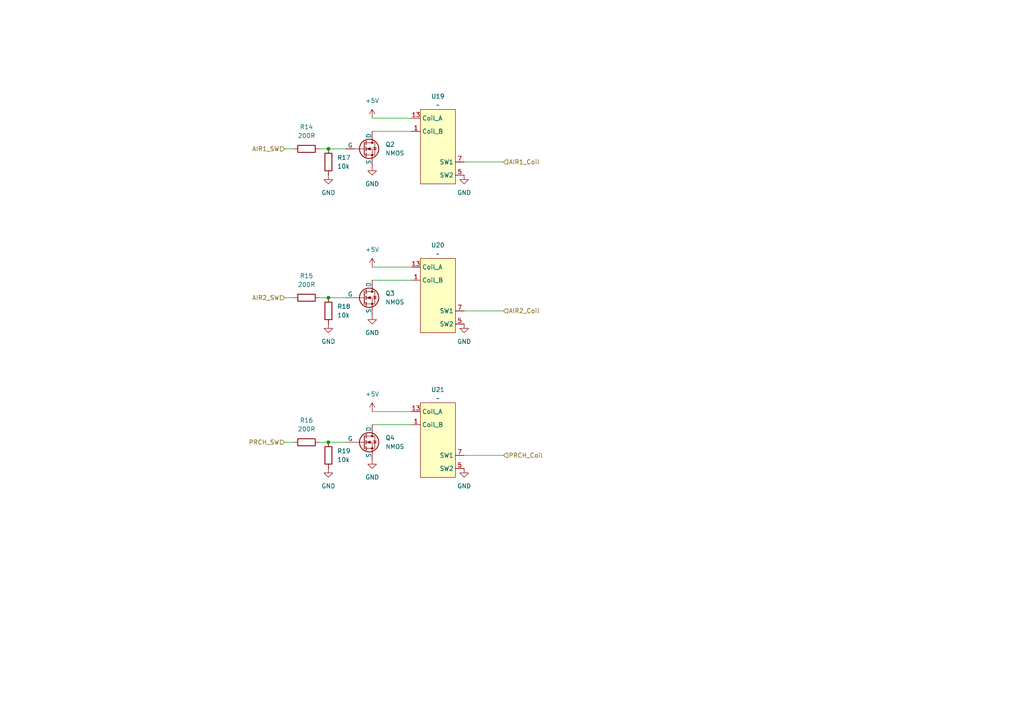
<source format=kicad_sch>
(kicad_sch (version 20231120) (generator "eeschema") (generator_version "8.0")
  (paper "A4")
  (title_block (title "TSAL") (date "2024-07-11") (rev "V0.1") (company "Team RPM - UAS Münster") (comment 1 "Luca Sapion"))
  (lib_symbols
    (symbol "Device:R" (pin_numbers hide) (pin_names (offset 0))
      (property "Reference" "R" (at 2.032 0 90))
      (property "Value" "R" (at 0 0 90))
      (symbol "R_0_1"
        (rectangle (start -1.016 -2.54) (end 1.016 2.54) (stroke (width 0.254)))
      )
      (symbol "R_1_1"
        (pin passive line (at 0 3.81 270) (length 1.27) (name "~") (number "1"))
        (pin passive line (at 0 -3.81 90) (length 1.27) (name "~") (number "2"))
      )
    )
    (symbol "Simulation_SPICE:NMOS" (pin_numbers hide) (pin_names (offset 0))
      (property "Reference" "Q" (at 5.08 1.27 0))
      (property "Value" "NMOS" (at 5.08 -1.27 0))
      (symbol "NMOS_0_1"
        (polyline (pts (xy 0.254 0) (xy -2.54 0)))
        (polyline (pts (xy 0.254 1.905) (xy 0.254 -1.905)) (stroke (width 0.254)))
        (polyline (pts (xy 0.762 -1.27) (xy 0.762 -2.286)) (stroke (width 0.254)))
        (polyline (pts (xy 0.762 0.508) (xy 0.762 -0.508)) (stroke (width 0.254)))
        (polyline (pts (xy 0.762 2.286) (xy 0.762 1.27)) (stroke (width 0.254)))
        (polyline (pts (xy 2.54 2.54) (xy 2.54 1.778)))
        (polyline (pts (xy 2.54 -2.54) (xy 2.54 0) (xy 0.762 0)))
        (polyline (pts (xy 0.762 -1.778) (xy 3.302 -1.778) (xy 3.302 1.778) (xy 0.762 1.778)))
        (polyline (pts (xy 1.016 0) (xy 2.032 0.381) (xy 2.032 -0.381) (xy 1.016 0)) (fill (type outline)))
        (polyline (pts (xy 2.794 0.508) (xy 2.921 0.381) (xy 3.683 0.381) (xy 3.81 0.254)))
        (polyline (pts (xy 3.302 0.381) (xy 2.921 -0.254) (xy 3.683 -0.254) (xy 3.302 0.381)))
        (circle (center 1.651 0) (radius 2.794) (stroke (width 0.254)))
        (circle (center 2.54 -1.778) (radius 0.254) (fill (type outline)))
        (circle (center 2.54 1.778) (radius 0.254) (fill (type outline)))
      )
      (symbol "NMOS_1_1"
        (pin passive line (at 2.54 5.08 270) (length 2.54) (name "D") (number "1"))
        (pin input line (at -5.08 0 0) (length 2.54) (name "G") (number "2"))
        (pin passive line (at 2.54 -5.08 90) (length 2.54) (name "S") (number "3"))
      )
    )
    (symbol "Zettler:AZ9371"
      (property "Reference" "U" (at 0 0 0))
      (symbol "AZ9371_1_1"
        (rectangle (start 0 -1.27) (end 10.16 -22.86) (fill (type background)))
        (pin passive line (at -2.54 -7.62 0) (length 2.54) (name "Coil_B") (number "1"))
        (pin passive line (at -2.54 -3.81 0) (length 2.54) (name "Coil_A") (number "13"))
        (pin passive line (at 12.7 -20.32 180) (length 2.54) (name "SW2") (number "5"))
        (pin passive line (at 12.7 -16.51 180) (length 2.54) (name "SW1") (number "7"))
      )
    )
    (symbol "power:+5V" (power) (pin_numbers hide) (pin_names (offset 0) hide)
      (property "Value" "+5V" (at 0 3.556 0))
      (symbol "+5V_0_1"
        (polyline (pts (xy -0.762 1.27) (xy 0 2.54)))
        (polyline (pts (xy 0 0) (xy 0 2.54)))
        (polyline (pts (xy 0 2.54) (xy 0.762 1.27)))
      )
      (symbol "+5V_1_1"
        (pin power_in line (at 0 0 90) (length 0) (name "~") (number "1"))
      )
    )
    (symbol "power:GND" (power) (pin_numbers hide) (pin_names (offset 0) hide)
      (property "Value" "GND" (at 0 -3.81 0))
      (symbol "GND_0_1"
        (polyline (pts (xy 0 0) (xy 0 -1.27) (xy 1.27 -1.27) (xy 0 -2.54) (xy -1.27 -1.27) (xy 0 -1.27)))
      )
      (symbol "GND_1_1"
        (pin power_in line (at 0 0 270) (length 0) (name "~") (number "1"))
      )
    )
  )
  (junction (at 95.25 86.36))
  (junction (at 95.25 128.27))
  (junction (at 95.25 43.18))
  (wire (pts (xy 95.25 86.36) (xy 100.33 86.36)))
  (wire (pts (xy 82.55 43.18) (xy 85.09 43.18)))
  (wire (pts (xy 107.95 34.29) (xy 119.38 34.29)))
  (wire (pts (xy 82.55 128.27) (xy 85.09 128.27)))
  (wire (pts (xy 92.71 43.18) (xy 95.25 43.18)))
  (wire (pts (xy 119.38 123.19) (xy 107.95 123.19)))
  (wire (pts (xy 92.71 86.36) (xy 95.25 86.36)))
  (wire (pts (xy 95.25 128.27) (xy 100.33 128.27)))
  (wire (pts (xy 107.95 81.28) (xy 119.38 81.28)))
  (wire (pts (xy 146.05 46.99) (xy 134.62 46.99)))
  (wire (pts (xy 107.95 119.38) (xy 119.38 119.38)))
  (wire (pts (xy 82.55 86.36) (xy 85.09 86.36)))
  (wire (pts (xy 107.95 38.1) (xy 119.38 38.1)))
  (wire (pts (xy 92.71 128.27) (xy 95.25 128.27)))
  (wire (pts (xy 146.05 132.08) (xy 134.62 132.08)))
  (wire (pts (xy 95.25 43.18) (xy 100.33 43.18)))
  (wire (pts (xy 146.05 90.17) (xy 134.62 90.17)))
  (wire (pts (xy 107.95 77.47) (xy 119.38 77.47)))
  (hierarchical_label "PRCH_SW" (shape input) (at 82.55 128.27 180))
  (hierarchical_label "PRCH_Coil" (shape input) (at 146.05 132.08 0))
  (hierarchical_label "AIR2_SW" (shape input) (at 82.55 86.36 180))
  (hierarchical_label "AIR1_SW" (shape input) (at 82.55 43.18 180))
  (hierarchical_label "AIR1_Coil" (shape input) (at 146.05 46.99 0))
  (hierarchical_label "AIR2_Coil" (shape input) (at 146.05 90.17 0))
  (symbol (lib_id "Zettler:AZ9371") (at 121.92 30.48 0) (unit 1)
    (property "Reference" "U19" (at 127 27.94 0))
    (property "Value" "~" (at 127 30.48 0))
  )
  (symbol (lib_id "Device:R") (at 95.25 90.17 0) (mirror y) (unit 1)
    (property "Reference" "R18" (at 97.79 88.8999 0) (effects (justify right)))
    (property "Value" "10k" (at 97.79 91.4399 0) (effects (justify right)))
    (property "Description" "Resistor" (effects (hide yes)))
  )
  (symbol (lib_id "power:+5V") (at 107.95 119.38 0) (mirror y) (unit 1)
    (property "Reference" "#PWR084" (effects (hide yes)))
    (property "Value" "+5V" (at 107.95 114.3 0))
    (property "Description" "Power symbol creates a global label with name \"+5V\"" (effects (hide yes)))
  )
  (symbol (lib_id "Simulation_SPICE:NMOS") (at 105.41 128.27 0) (unit 1)
    (property "Reference" "Q4" (at 111.76 126.9999 0) (effects (justify left)))
    (property "Value" "NMOS" (at 111.76 129.5399 0) (effects (justify left)))
    (property "Datasheet" "https://ngspice.sourceforge.io/docs/ngspice-html-manual/manual.xhtml#cha_MOSFETs" (effects (hide yes)))
    (property "Description" "N-MOSFET transistor, drain/source/gate" (effects (hide yes)))
    (property "Sim.Device" "NMOS" (effects (hide yes)))
    (property "Sim.Type" "VDMOS" (effects (hide yes)))
    (property "Sim.Pins" "1=D 2=G 3=S" (effects (hide yes)))
  )
  (symbol (lib_id "Device:R") (at 95.25 46.99 0) (mirror y) (unit 1)
    (property "Reference" "R17" (at 97.79 45.7199 0) (effects (justify right)))
    (property "Value" "10k" (at 97.79 48.2599 0) (effects (justify right)))
    (property "Description" "Resistor" (effects (hide yes)))
  )
  (symbol (lib_id "Zettler:AZ9371") (at 121.92 115.57 0) (unit 1)
    (property "Reference" "U21" (at 127 113.03 0))
    (property "Value" "~" (at 127 115.57 0))
  )
  (symbol (lib_id "power:+5V") (at 107.95 77.47 0) (mirror y) (unit 1)
    (property "Reference" "#PWR082" (effects (hide yes)))
    (property "Value" "+5V" (at 107.95 72.39 0))
    (property "Description" "Power symbol creates a global label with name \"+5V\"" (effects (hide yes)))
  )
  (symbol (lib_id "power:+5V") (at 107.95 34.29 0) (mirror y) (unit 1)
    (property "Reference" "#PWR080" (effects (hide yes)))
    (property "Value" "+5V" (at 107.95 29.21 0))
    (property "Description" "Power symbol creates a global label with name \"+5V\"" (effects (hide yes)))
  )
  (symbol (lib_id "power:GND") (at 107.95 133.35 0) (mirror y) (unit 1)
    (property "Reference" "#PWR085" (effects (hide yes)))
    (property "Value" "GND" (at 107.95 138.43 0))
    (property "Description" "Power symbol creates a global label with name \"GND\" , ground" (effects (hide yes)))
  )
  (symbol (lib_id "Device:R") (at 88.9 128.27 90) (mirror x) (unit 1)
    (property "Reference" "R16" (at 88.9 121.92 90))
    (property "Value" "200R" (at 88.9 124.46 90))
    (property "Description" "Resistor" (effects (hide yes)))
  )
  (symbol (lib_id "power:GND") (at 107.95 91.44 0) (mirror y) (unit 1)
    (property "Reference" "#PWR083" (effects (hide yes)))
    (property "Value" "GND" (at 107.95 96.52 0))
    (property "Description" "Power symbol creates a global label with name \"GND\" , ground" (effects (hide yes)))
  )
  (symbol (lib_id "Simulation_SPICE:NMOS") (at 105.41 43.18 0) (unit 1)
    (property "Reference" "Q2" (at 111.76 41.9099 0) (effects (justify left)))
    (property "Value" "NMOS" (at 111.76 44.4499 0) (effects (justify left)))
    (property "Datasheet" "https://ngspice.sourceforge.io/docs/ngspice-html-manual/manual.xhtml#cha_MOSFETs" (effects (hide yes)))
    (property "Description" "N-MOSFET transistor, drain/source/gate" (effects (hide yes)))
    (property "Sim.Device" "NMOS" (effects (hide yes)))
    (property "Sim.Type" "VDMOS" (effects (hide yes)))
    (property "Sim.Pins" "1=D 2=G 3=S" (effects (hide yes)))
  )
  (symbol (lib_id "power:GND") (at 95.25 135.89 0) (mirror y) (unit 1)
    (property "Reference" "#PWR079" (effects (hide yes)))
    (property "Value" "GND" (at 95.25 140.97 0))
    (property "Description" "Power symbol creates a global label with name \"GND\" , ground" (effects (hide yes)))
  )
  (symbol (lib_id "power:GND") (at 134.62 93.98 0) (unit 1)
    (property "Reference" "#PWR087" (effects (hide yes)))
    (property "Value" "GND" (at 134.62 99.06 0))
    (property "Description" "Power symbol creates a global label with name \"GND\" , ground" (effects (hide yes)))
  )
  (symbol (lib_id "power:GND") (at 134.62 50.8 0) (unit 1)
    (property "Reference" "#PWR086" (effects (hide yes)))
    (property "Value" "GND" (at 134.62 55.88 0))
    (property "Description" "Power symbol creates a global label with name \"GND\" , ground" (effects (hide yes)))
  )
  (symbol (lib_id "power:GND") (at 107.95 48.26 0) (mirror y) (unit 1)
    (property "Reference" "#PWR081" (effects (hide yes)))
    (property "Value" "GND" (at 107.95 53.34 0))
    (property "Description" "Power symbol creates a global label with name \"GND\" , ground" (effects (hide yes)))
  )
  (symbol (lib_id "Zettler:AZ9371") (at 121.92 73.66 0) (unit 1)
    (property "Reference" "U20" (at 127 71.12 0))
    (property "Value" "~" (at 127 73.66 0))
  )
  (symbol (lib_id "power:GND") (at 95.25 50.8 0) (mirror y) (unit 1)
    (property "Reference" "#PWR077" (effects (hide yes)))
    (property "Value" "GND" (at 95.25 55.88 0))
    (property "Description" "Power symbol creates a global label with name \"GND\" , ground" (effects (hide yes)))
  )
  (symbol (lib_id "Device:R") (at 95.25 132.08 0) (mirror y) (unit 1)
    (property "Reference" "R19" (at 97.79 130.8099 0) (effects (justify right)))
    (property "Value" "10k" (at 97.79 133.3499 0) (effects (justify right)))
    (property "Description" "Resistor" (effects (hide yes)))
  )
  (symbol (lib_id "Device:R") (at 88.9 86.36 90) (mirror x) (unit 1)
    (property "Reference" "R15" (at 88.9 80.01 90))
    (property "Value" "200R" (at 88.9 82.55 90))
    (property "Description" "Resistor" (effects (hide yes)))
  )
  (symbol (lib_id "power:GND") (at 95.25 93.98 0) (mirror y) (unit 1)
    (property "Reference" "#PWR078" (effects (hide yes)))
    (property "Value" "GND" (at 95.25 99.06 0))
    (property "Description" "Power symbol creates a global label with name \"GND\" , ground" (effects (hide yes)))
  )
  (symbol (lib_id "Simulation_SPICE:NMOS") (at 105.41 86.36 0) (unit 1)
    (property "Reference" "Q3" (at 111.76 85.0899 0) (effects (justify left)))
    (property "Value" "NMOS" (at 111.76 87.6299 0) (effects (justify left)))
    (property "Datasheet" "https://ngspice.sourceforge.io/docs/ngspice-html-manual/manual.xhtml#cha_MOSFETs" (effects (hide yes)))
    (property "Description" "N-MOSFET transistor, drain/source/gate" (effects (hide yes)))
    (property "Sim.Device" "NMOS" (effects (hide yes)))
    (property "Sim.Type" "VDMOS" (effects (hide yes)))
    (property "Sim.Pins" "1=D 2=G 3=S" (effects (hide yes)))
  )
  (symbol (lib_id "Device:R") (at 88.9 43.18 90) (mirror x) (unit 1)
    (property "Reference" "R14" (at 88.9 36.83 90))
    (property "Value" "200R" (at 88.9 39.37 90))
    (property "Description" "Resistor" (effects (hide yes)))
  )
  (symbol (lib_id "power:GND") (at 134.62 135.89 0) (unit 1)
    (property "Reference" "#PWR088" (effects (hide yes)))
    (property "Value" "GND" (at 134.62 140.97 0))
    (property "Description" "Power symbol creates a global label with name \"GND\" , ground" (effects (hide yes)))
  )
)
</source>
